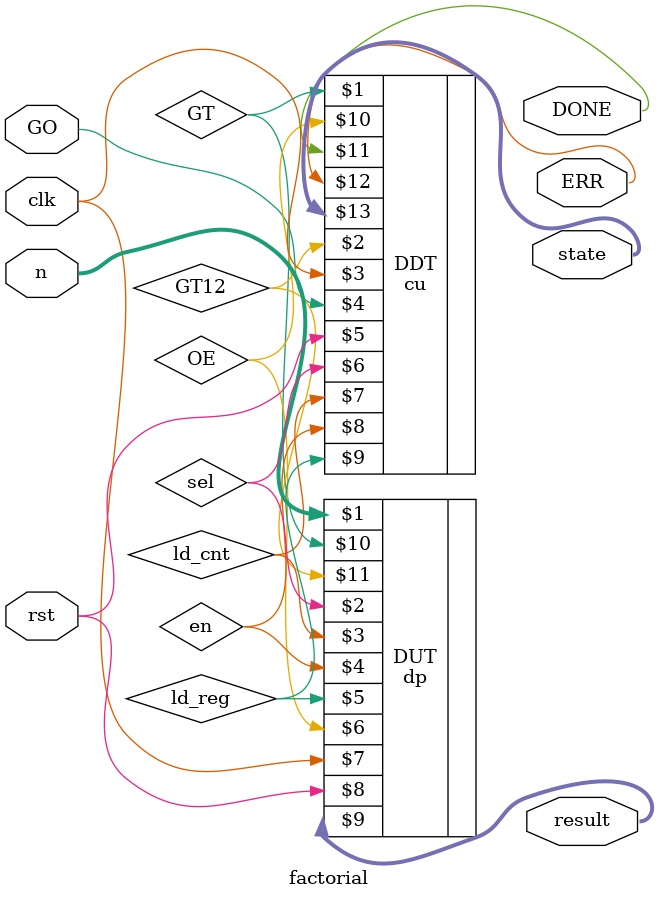
<source format=v>
`timescale 1ns / 1ps


module factorial(
    input wire [3:0] n, 
    input wire GO, clk, rst, 
    output wire [3:0] state,
    output wire [31:0] result,
    output wire DONE, ERR
    );
    
    wire sel, ld_cnt, en, ld_reg, OE, GT, GT12;
    
    dp DUT (n, sel, ld_cnt, en, ld_reg, OE, clk, rst, result, GT, GT12);
    cu DDT (GT, GT12, clk, GO, rst, sel, ld_cnt, en, ld_reg, OE, DONE, ERR, state);
    
endmodule

</source>
